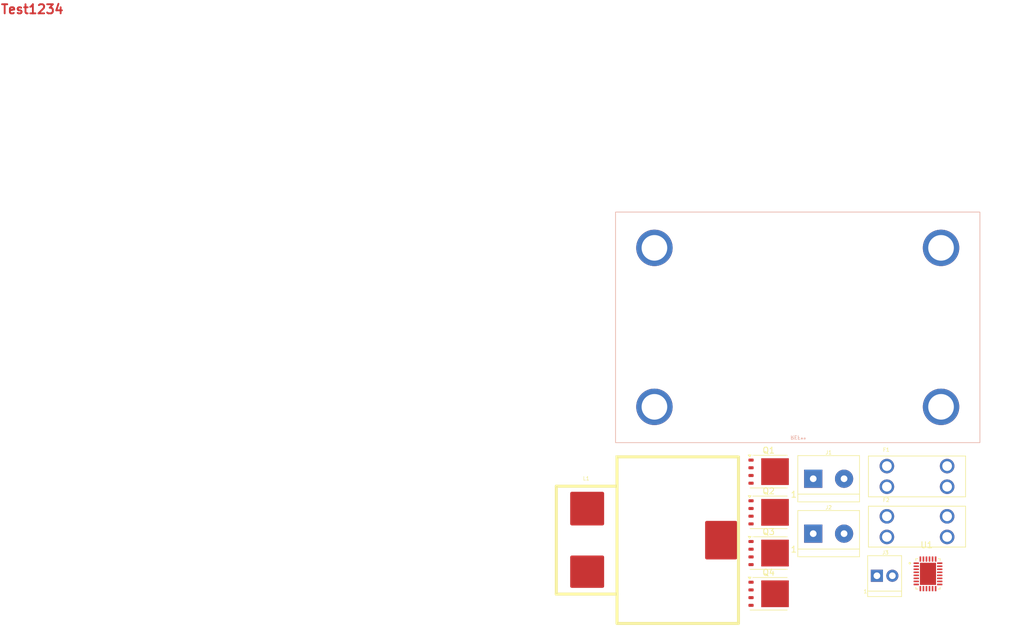
<source format=kicad_pcb>
(kicad_pcb (version 20241229) (generator "pcbnew") (generator_version "9.0")
  (layers (0 "F.Cu" signal) (2 "B.Cu" signal) (13 "F.Paste" user) (15 "B.Paste" user) (5 "F.SilkS" user "F.Silkscreen") (7 "B.SilkS" user "B.Silkscreen") (1 "F.Mask" user) (3 "B.Mask" user) (25 "Edge.Cuts" user))
  (net 0 "")
  (net 5 "GND")
  (net 6 "BAT")
  (net 7 "Vout")
  (net 8 "EN")
  (net 11 "Net-(Q1-S-Pad1)")
  (net 15 "Net-(Q2-S-Pad1)")
  (net 17 "Net-(Q3-S-Pad1)")
  (net 21 "Net-(Q4-S-Pad1)")
  (footprint "rsx_headers_screw:Molex_0398800302" (layer "F.Cu") (at 157.81 99.87)
    (property "Reference" "J1" (at 2.54 -4.318 0) (layer "F.SilkS") (effects (font (size 0.6 0.6) (thickness 0.1))))
    (property "Value" "Screw_Terminal_2x5.08")
    (fp_line (start -2.54 -3.81) (end -2.54 3.81) (stroke (width 0.12)) (layer "F.SilkS"))
    (fp_line (start -2.54 3.81) (end 7.62 3.81) (stroke (width 0.12)) (layer "F.SilkS"))
    (fp_line (start 7.62 -3.81) (end -2.54 -3.81) (stroke (width 0.12)) (layer "F.SilkS"))
    (fp_line (start 7.62 2.54) (end -2.54 2.54) (stroke (width 0.12)) (layer "F.SilkS"))
    (fp_line (start 7.62 3.81) (end 7.62 -3.81) (stroke (width 0.12)) (layer "F.SilkS"))
    (fp_text user "1" (at -3.2 2.6 0) (layer "F.SilkS"))
    (pad "1" thru_hole rect (at 0 0) (size 3 3) (drill 1.1) (layers "*.Cu" "*.Mask") (net 6 "BAT"))
    (pad "2" thru_hole circle (at 5.08 0) (size 3 3) (drill 1.1) (layers "*.Cu" "*.Mask") (net 5 "GND"))
  )
  (footprint "Package_TO_SOT_SMD:TDSON-8-1" (layer "F.Cu") (at 150.47 118.83)
    (property "Reference" "Q4" (at 0 -3.5 0) (layer "F.SilkS"))
    (property "Value" "CSD18532Q5B")
    (fp_line (start 3.06 -2.685) (end -2.62 -2.685) (stroke (width 0.12)) (layer "F.SilkS"))
    (fp_line (start 3.06 2.685) (end -3.06 2.685) (stroke (width 0.12)) (layer "F.SilkS"))
    (fp_poly (pts (xy -3.131622 -2.42027) (xy -3.371622 -2.75027) (xy -2.891622 -2.75027) (xy -3.131622 -2.42027)) (stroke (width 0.12)) (fill yes) (layer "F.SilkS"))
    (pad "1" smd roundrect (at -2.9 -1.905) (size 0.85 0.5) (layers "F.Cu" "F.Mask" "F.Paste") (net 21 "Net-(Q4-S-Pad1)"))
    (pad "2" smd roundrect (at -2.9 -0.635) (size 0.85 0.5) (layers "F.Cu" "F.Mask" "F.Paste") (net 21 "Net-(Q4-S-Pad1)"))
    (pad "3" smd roundrect (at -2.9 0.635) (size 0.85 0.5) (layers "F.Cu" "F.Mask" "F.Paste") (net 21 "Net-(Q4-S-Pad1)"))
    (pad "4" smd roundrect (at -2.9 1.905) (size 0.85 0.5) (layers "F.Cu" "F.Mask" "F.Paste"))
    (pad "5" smd rect (at 1.05 0) (size 4.55 4.41) (layers "F.Cu"))
  )
  (footprint "Package_TO_SOT_SMD:TDSON-8-1" (layer "F.Cu") (at 150.47 98.7)
    (property "Reference" "Q1" (at 0 -3.5 0) (layer "F.SilkS"))
    (property "Value" "CSD18532Q5B")
    (fp_line (start 3.06 -2.685) (end -2.62 -2.685) (stroke (width 0.12)) (layer "F.SilkS"))
    (fp_line (start 3.06 2.685) (end -3.06 2.685) (stroke (width 0.12)) (layer "F.SilkS"))
    (fp_poly (pts (xy -3.131622 -2.42027) (xy -3.371622 -2.75027) (xy -2.891622 -2.75027) (xy -3.131622 -2.42027)) (stroke (width 0.12)) (fill yes) (layer "F.SilkS"))
    (pad "1" smd roundrect (at -2.9 -1.905) (size 0.85 0.5) (layers "F.Cu" "F.Mask" "F.Paste") (net 11 "Net-(Q1-S-Pad1)"))
    (pad "2" smd roundrect (at -2.9 -0.635) (size 0.85 0.5) (layers "F.Cu" "F.Mask" "F.Paste") (net 11 "Net-(Q1-S-Pad1)"))
    (pad "3" smd roundrect (at -2.9 0.635) (size 0.85 0.5) (layers "F.Cu" "F.Mask" "F.Paste") (net 11 "Net-(Q1-S-Pad1)"))
    (pad "4" smd roundrect (at -2.9 1.905) (size 0.85 0.5) (layers "F.Cu" "F.Mask" "F.Paste"))
    (pad "5" smd rect (at 1.05 0) (size 4.55 4.41) (layers "F.Cu"))
  )
  (footprint "rsx_fuses:FUSE_3568-10" (layer "F.Cu") (at 174.9 99.485)
    (property "Reference" "F1" (at -5.075 -4.385 0) (layer "F.SilkS") (effects (font (size 0.6 0.6) (thickness 0.1) (bold yes))))
    (property "Value" "Fuse_Holder_Auto")
    (fp_line (start -8 -3.365) (end 8 -3.365) (stroke (width 0.127)) (layer "F.SilkS"))
    (fp_line (start -8 3.365) (end -8 -3.365) (stroke (width 0.127)) (layer "F.SilkS"))
    (fp_line (start 8 -3.365) (end 8 3.365) (stroke (width 0.127)) (layer "F.SilkS"))
    (fp_line (start 8 3.365) (end -8 3.365) (stroke (width 0.127)) (layer "F.SilkS"))
    (pad "1" thru_hole circle (at -4.96 -1.7) (size 2.4 2.4) (drill 1.6) (layers "*.Cu" "*.Mask"))
    (pad "1" thru_hole circle (at -4.96 1.7) (size 2.4 2.4) (drill 1.6) (layers "*.Cu" "*.Mask"))
    (pad "2" thru_hole circle (at 4.96 -1.7) (size 2.4 2.4) (drill 1.6) (layers "*.Cu" "*.Mask"))
    (pad "2" thru_hole circle (at 4.96 1.7) (size 2.4 2.4) (drill 1.6) (layers "*.Cu" "*.Mask"))
  )
  (footprint "Package_TO_SOT_SMD:TDSON-8-1" (layer "F.Cu") (at 150.47 105.41)
    (property "Reference" "Q2" (at 0 -3.5 0) (layer "F.SilkS"))
    (property "Value" "CSD18532Q5B")
    (fp_line (start 3.06 -2.685) (end -2.62 -2.685) (stroke (width 0.12)) (layer "F.SilkS"))
    (fp_line (start 3.06 2.685) (end -3.06 2.685) (stroke (width 0.12)) (layer "F.SilkS"))
    (fp_poly (pts (xy -3.131622 -2.42027) (xy -3.371622 -2.75027) (xy -2.891622 -2.75027) (xy -3.131622 -2.42027)) (stroke (width 0.12)) (fill yes) (layer "F.SilkS"))
    (pad "1" smd roundrect (at -2.9 -1.905) (size 0.85 0.5) (layers "F.Cu" "F.Mask" "F.Paste") (net 15 "Net-(Q2-S-Pad1)"))
    (pad "2" smd roundrect (at -2.9 -0.635) (size 0.85 0.5) (layers "F.Cu" "F.Mask" "F.Paste") (net 15 "Net-(Q2-S-Pad1)"))
    (pad "3" smd roundrect (at -2.9 0.635) (size 0.85 0.5) (layers "F.Cu" "F.Mask" "F.Paste") (net 15 "Net-(Q2-S-Pad1)"))
    (pad "4" smd roundrect (at -2.9 1.905) (size 0.85 0.5) (layers "F.Cu" "F.Mask" "F.Paste"))
    (pad "5" smd rect (at 1.05 0) (size 4.55 4.41) (layers "F.Cu"))
  )
  (footprint "rsx_fuses:FUSE_3568-10" (layer "F.Cu") (at 174.9 107.765)
    (property "Reference" "F2" (at -5.075 -4.385 0) (layer "F.SilkS") (effects (font (size 0.6 0.6) (thickness 0.1) (bold yes))))
    (property "Value" "Fuse_Holder_Auto")
    (fp_line (start -8 -3.365) (end 8 -3.365) (stroke (width 0.127)) (layer "F.SilkS"))
    (fp_line (start -8 3.365) (end -8 -3.365) (stroke (width 0.127)) (layer "F.SilkS"))
    (fp_line (start 8 -3.365) (end 8 3.365) (stroke (width 0.127)) (layer "F.SilkS"))
    (fp_line (start 8 3.365) (end -8 3.365) (stroke (width 0.127)) (layer "F.SilkS"))
    (pad "1" thru_hole circle (at -4.96 -1.7) (size 2.4 2.4) (drill 1.6) (layers "*.Cu" "*.Mask"))
    (pad "1" thru_hole circle (at -4.96 1.7) (size 2.4 2.4) (drill 1.6) (layers "*.Cu" "*.Mask"))
    (pad "2" thru_hole circle (at 4.96 -1.7) (size 2.4 2.4) (drill 1.6) (layers "*.Cu" "*.Mask"))
    (pad "2" thru_hole circle (at 4.96 1.7) (size 2.4 2.4) (drill 1.6) (layers "*.Cu" "*.Mask"))
  )
  (footprint "rsx_headers_screw:Molex_0398800302" (layer "F.Cu") (at 157.81 108.92)
    (property "Reference" "J2" (at 2.54 -4.318 0) (layer "F.SilkS") (effects (font (size 0.6 0.6) (thickness 0.1))))
    (property "Value" "Screw_Terminal_2x5.08")
    (fp_line (start -2.54 -3.81) (end -2.54 3.81) (stroke (width 0.12)) (layer "F.SilkS"))
    (fp_line (start -2.54 3.81) (end 7.62 3.81) (stroke (width 0.12)) (layer "F.SilkS"))
    (fp_line (start 7.62 -3.81) (end -2.54 -3.81) (stroke (width 0.12)) (layer "F.SilkS"))
    (fp_line (start 7.62 2.54) (end -2.54 2.54) (stroke (width 0.12)) (layer "F.SilkS"))
    (fp_line (start 7.62 3.81) (end 7.62 -3.81) (stroke (width 0.12)) (layer "F.SilkS"))
    (fp_text user "1" (at -3.2 2.6 0) (layer "F.SilkS"))
    (pad "1" thru_hole rect (at 0 0) (size 3 3) (drill 1.1) (layers "*.Cu" "*.Mask") (net 7 "Vout"))
    (pad "2" thru_hole circle (at 5.08 0) (size 3 3) (drill 1.1) (layers "*.Cu" "*.Mask") (net 5 "GND"))
  )
  (footprint "rsx_inductors:PQ2617BHA-XXXK" (layer "F.Cu") (at 130.582 109.992)
    (property "Reference" "L1" (at -10.16 -10.16 0) (layer "F.SilkS") (effects (font (size 0.6 0.6) (thickness 0.1) (bold yes))))
    (property "Value" "15u" (hide yes))
    (fp_line (start -15.08 -8.89) (end -15.08 8.89) (stroke (width 0.5)) (layer "F.SilkS"))
    (fp_line (start -15.08 8.89) (end -5.08 8.89) (stroke (width 0.5)) (layer "F.SilkS"))
    (fp_line (start -5.08 -8.89) (end -15.08 -8.89) (stroke (width 0.5)) (layer "F.SilkS"))
    (fp_rect (start -5.08 -13.73) (end 14.92 13.73) (stroke (width 0.5)) (fill no) (layer "F.SilkS"))
    (pad "1" smd roundrect (at -10 -5.2 270) (size 5.55 5.59) (layers "F.Cu" "F.Mask" "F.Paste") (roundrect_rratio 0.05))
    (pad "2" smd roundrect (at -10 5.2 270) (size 5.33 5.59) (layers "F.Cu" "F.Mask" "F.Paste") (roundrect_rratio 0.05))
    (pad "3" smd roundrect (at 12.065 0 270) (size 6.35 5.28) (layers "F.Cu" "F.Mask" "F.Paste") (roundrect_rratio 0.05))
  )
  (footprint "LT:QFN50P500X400X80-29N" (layer "F.Cu") (at 176.71 115.545)
    (property "Reference" "U1" (at -0.235 -4.75 0) (layer "F.SilkS"))
    (property "Value" "LT8390EUFD_PBF")
    (fp_line (start -2 -2.5) (end -2 -2.205) (stroke (width 0.127)) (layer "F.SilkS"))
    (fp_line (start -2 -2.5) (end -1.705 -2.5) (stroke (width 0.127)) (layer "F.SilkS"))
    (fp_line (start -2 2.5) (end -2 2.205) (stroke (width 0.127)) (layer "F.SilkS"))
    (fp_line (start -2 2.5) (end -1.705 2.5) (stroke (width 0.127)) (layer "F.SilkS"))
    (fp_line (start 2 -2.5) (end 1.705 -2.5) (stroke (width 0.127)) (layer "F.SilkS"))
    (fp_line (start 2 -2.5) (end 2 -2.205) (stroke (width 0.127)) (layer "F.SilkS"))
    (fp_line (start 2 2.5) (end 1.705 2.5) (stroke (width 0.127)) (layer "F.SilkS"))
    (fp_line (start 2 2.5) (end 2 2.205) (stroke (width 0.127)) (layer "F.SilkS"))
    (fp_circle (center -2.995 -1.75) (end -2.895 -1.75) (stroke (width 0.2)) (fill no) (layer "F.SilkS"))
    (pad "1" smd roundrect (at -1.935 -1.75) (size 0.86 0.27) (layers "F.Cu" "F.Mask" "F.Paste") (roundrect_rratio 0.125))
    (pad "2" smd roundrect (at -1.935 -1.25) (size 0.86 0.27) (layers "F.Cu" "F.Mask" "F.Paste") (roundrect_rratio 0.125))
    (pad "3" smd roundrect (at -1.935 -0.75) (size 0.86 0.27) (layers "F.Cu" "F.Mask" "F.Paste") (roundrect_rratio 0.125))
    (pad "4" smd roundrect (at -1.935 -0.25) (size 0.86 0.27) (layers "F.Cu" "F.Mask" "F.Paste") (roundrect_rratio 0.125))
    (pad "5" smd roundrect (at -1.935 0.25) (size 0.86 0.27) (layers "F.Cu" "F.Mask" "F.Paste") (roundrect_rratio 0.125))
    (pad "6" smd roundrect (at -1.935 0.75) (size 0.86 0.27) (layers "F.Cu" "F.Mask" "F.Paste") (roundrect_rratio 0.125))
    (pad "7" smd roundrect (at -1.935 1.25) (size 0.86 0.27) (layers "F.Cu" "F.Mask" "F.Paste") (roundrect_rratio 0.125))
    (pad "8" smd roundrect (at -1.935 1.75) (size 0.86 0.27) (layers "F.Cu" "F.Mask" "F.Paste") (roundrect_rratio 0.125))
    (pad "9" smd roundrect (at -1.25 2.435) (size 0.27 0.86) (layers "F.Cu" "F.Mask" "F.Paste") (roundrect_rratio 0.125))
    (pad "10" smd roundrect (at -0.75 2.435) (size 0.27 0.86) (layers "F.Cu" "F.Mask" "F.Paste") (roundrect_rratio 0.125))
    (pad "11" smd roundrect (at -0.25 2.435) (size 0.27 0.86) (layers "F.Cu" "F.Mask" "F.Paste") (roundrect_rratio 0.125))
    (pad "12" smd roundrect (at 0.25 2.435) (size 0.27 0.86) (layers "F.Cu" "F.Mask" "F.Paste") (roundrect_rratio 0.125))
    (pad "13" smd roundrect (at 0.75 2.435) (size 0.27 0.86) (layers "F.Cu" "F.Mask" "F.Paste") (roundrect_rratio 0.125))
    (pad "14" smd roundrect (at 1.25 2.435) (size 0.27 0.86) (layers "F.Cu" "F.Mask" "F.Paste") (roundrect_rratio 0.125))
    (pad "15" smd roundrect (at 1.935 1.75) (size 0.86 0.27) (layers "F.Cu" "F.Mask" "F.Paste") (roundrect_rratio 0.125))
    (pad "16" smd roundrect (at 1.935 1.25) (size 0.86 0.27) (layers "F.Cu" "F.Mask" "F.Paste") (roundrect_rratio 0.125))
    (pad "17" smd roundrect (at 1.935 0.75) (size 0.86 0.27) (layers "F.Cu" "F.Mask" "F.Paste") (roundrect_rratio 0.125))
    (pad "18" smd roundrect (at 1.935 0.25) (size 0.86 0.27) (layers "F.Cu" "F.Mask" "F.Paste") (roundrect_rratio 0.125))
    (pad "19" smd roundrect (at 1.935 -0.25) (size 0.86 0.27) (layers "F.Cu" "F.Mask" "F.Paste") (roundrect_rratio 0.125))
    (pad "20" smd roundrect (at 1.935 -0.75) (size 0.86 0.27) (layers "F.Cu" "F.Mask" "F.Paste") (roundrect_rratio 0.125))
    (pad "21" smd roundrect (at 1.935 -1.25) (size 0.86 0.27) (layers "F.Cu" "F.Mask" "F.Paste") (roundrect_rratio 0.125))
    (pad "22" smd roundrect (at 1.935 -1.75) (size 0.86 0.27) (layers "F.Cu" "F.Mask" "F.Paste") (roundrect_rratio 0.125))
    (pad "23" smd roundrect (at 1.25 -2.435) (size 0.27 0.86) (layers "F.Cu" "F.Mask" "F.Paste") (roundrect_rratio 0.125))
    (pad "24" smd roundrect (at 0.75 -2.435) (size 0.27 0.86) (layers "F.Cu" "F.Mask" "F.Paste") (roundrect_rratio 0.125))
    (pad "25" smd roundrect (at 0.25 -2.435) (size 0.27 0.86) (layers "F.Cu" "F.Mask" "F.Paste") (roundrect_rratio 0.125))
    (pad "26" smd roundrect (at -0.25 -2.435) (size 0.27 0.86) (layers "F.Cu" "F.Mask" "F.Paste") (roundrect_rratio 0.125))
    (pad "27" smd roundrect (at -0.75 -2.435) (size 0.27 0.86) (layers "F.Cu" "F.Mask" "F.Paste") (roundrect_rratio 0.125))
    (pad "28" smd roundrect (at -1.25 -2.435) (size 0.27 0.86) (layers "F.Cu" "F.Mask" "F.Paste") (roundrect_rratio 0.125))
    (pad "29" smd rect (at 0 0) (size 2.65 3.65) (layers "F.Cu" "F.Mask"))
  )
  (footprint "Package_TO_SOT_SMD:TDSON-8-1" (layer "F.Cu") (at 150.47 112.12)
    (property "Reference" "Q3" (at 0 -3.5 0) (layer "F.SilkS"))
    (property "Value" "CSD18532Q5B")
    (fp_line (start 3.06 -2.685) (end -2.62 -2.685) (stroke (width 0.12)) (layer "F.SilkS"))
    (fp_line (start 3.06 2.685) (end -3.06 2.685) (stroke (width 0.12)) (layer "F.SilkS"))
    (fp_poly (pts (xy -3.131622 -2.42027) (xy -3.371622 -2.75027) (xy -2.891622 -2.75027) (xy -3.131622 -2.42027)) (stroke (width 0.12)) (fill yes) (layer "F.SilkS"))
    (pad "1" smd roundrect (at -2.9 -1.905) (size 0.85 0.5) (layers "F.Cu" "F.Mask" "F.Paste") (net 17 "Net-(Q3-S-Pad1)"))
    (pad "2" smd roundrect (at -2.9 -0.635) (size 0.85 0.5) (layers "F.Cu" "F.Mask" "F.Paste") (net 17 "Net-(Q3-S-Pad1)"))
    (pad "3" smd roundrect (at -2.9 0.635) (size 0.85 0.5) (layers "F.Cu" "F.Mask" "F.Paste") (net 17 "Net-(Q3-S-Pad1)"))
    (pad "4" smd roundrect (at -2.9 1.905) (size 0.85 0.5) (layers "F.Cu" "F.Mask" "F.Paste"))
    (pad "5" smd rect (at 1.05 0) (size 4.55 4.41) (layers "F.Cu"))
  )
  (footprint "rsx_headers_screw:Wurth_691210910002" (layer "F.Cu") (at 169.063 115.859)
    (property "Reference" "J3" (at 0.635 -3.81 0) (layer "F.SilkS") (effects (font (size 0.6 0.6) (thickness 0.1))))
    (property "Value" "Screw_Terminal_2x2.54")
    (fp_line (start -2.286 -3.302) (end -2.286 3.429) (stroke (width 0.12)) (layer "F.SilkS"))
    (fp_line (start -2.286 3.429) (end 3.302 3.429) (stroke (width 0.12)) (layer "F.SilkS"))
    (fp_line (start 3.302 -3.302) (end -2.286 -3.302) (stroke (width 0.12)) (layer "F.SilkS"))
    (fp_line (start 3.302 2.54) (end -2.286 2.54) (stroke (width 0.12)) (layer "F.SilkS"))
    (fp_line (start 3.302 3.429) (end 3.302 -3.302) (stroke (width 0.12)) (layer "F.SilkS"))
    (fp_text user "1" (at -2.667 2.6 0) (layer "F.SilkS") (effects (font (size 0.6 0.6) (thickness 0.1) (bold yes))))
    (pad "1" thru_hole rect (at -0.762 0) (size 2 2) (drill 1.1) (layers "*.Cu" "*.Mask") (net 8 "EN"))
    (pad "2" thru_hole circle (at 1.778 0) (size 2 2) (drill 1.1) (layers "*.Cu" "*.Mask") (net 5 "GND"))
  )
  (footprint "rsx_misc:ATS-1139-C1-R0" (layer "B.Cu") (at 155.26 74.92)
    (property "Reference" "HW1" (hide yes))
    (property "Value" "Board_Mount_Heat_Sink_Screw_2.5C/W" (hide yes))
    (fp_rect (start -30 19) (end 30 -19) (stroke (width 0.12)) (fill no) (layer "B.SilkS"))
    (fp_text user "REF**" (at -1.27 17.78 180) (layer "B.SilkS") (effects (font (size 0.6 0.6) (thickness 0.1) (bold yes)) (justify left bottom mirror)))
    (pad "1" thru_hole circle (at 23.6 -13.1) (size 6 6) (drill 4.22) (layers "*.Cu" "*.Mask") (net 5 "GND"))
    (pad "2" thru_hole circle (at -23.6 -13.1) (size 6 6) (drill 4.22) (layers "*.Cu" "*.Mask") (net 5 "GND"))
    (pad "3" thru_hole circle (at -23.6 13.1) (size 6 6) (drill 4.22) (layers "*.Cu" "*.Mask") (net 5 "GND"))
    (pad "4" thru_hole circle (at 23.6 13.1) (size 6 6) (drill 4.22) (layers "*.Cu" "*.Mask") (net 5 "GND"))
  )
  (gr_text "Test1234" (at 23.89 23.37 0) (layer "F.Cu") (effects (font (size 1.5 1.5) (thickness 0.3) (bold yes)) (justify left bottom)))
)
</source>
